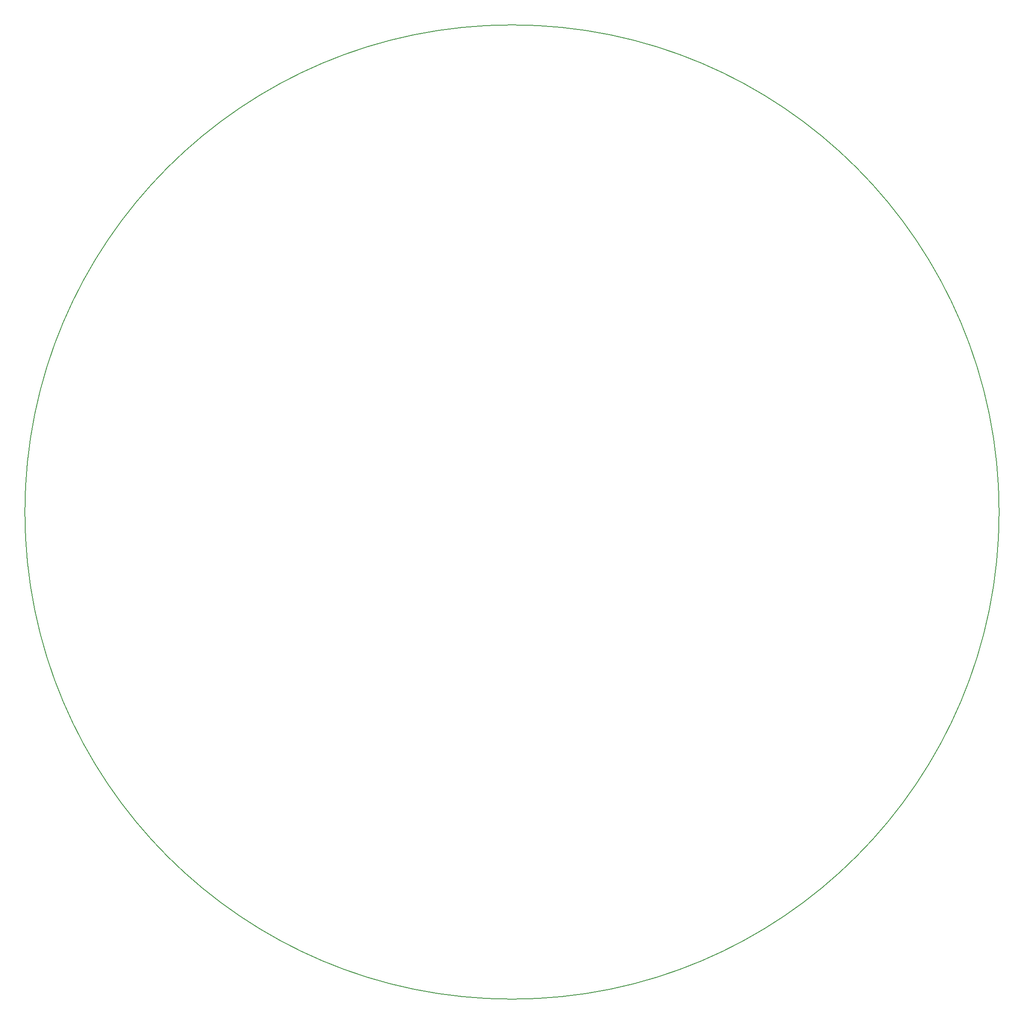
<source format=gbr>
G04 #@! TF.GenerationSoftware,KiCad,Pcbnew,(5.0.2)-1*
G04 #@! TF.CreationDate,2020-02-16T18:45:08+01:00*
G04 #@! TF.ProjectId,HB-OU-RGB-STACKFIRE,48422d4f-552d-4524-9742-2d535441434b,2.0.1*
G04 #@! TF.SameCoordinates,Original*
G04 #@! TF.FileFunction,Profile,NP*
%FSLAX46Y46*%
G04 Gerber Fmt 4.6, Leading zero omitted, Abs format (unit mm)*
G04 Created by KiCad (PCBNEW (5.0.2)-1) date 16.02.2020 18:45:08*
%MOMM*%
%LPD*%
G01*
G04 APERTURE LIST*
%ADD10C,0.200000*%
G04 APERTURE END LIST*
D10*
X270445000Y-164386000D02*
G75*
G03X270445000Y-164386000I-96500000J0D01*
G01*
M02*

</source>
